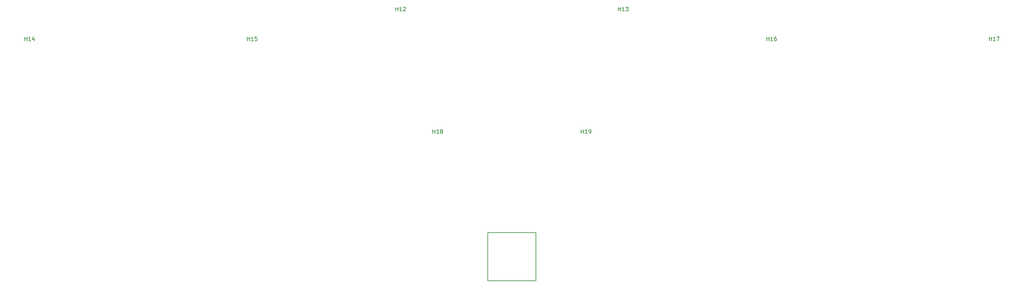
<source format=gbr>
G04 #@! TF.GenerationSoftware,KiCad,Pcbnew,(6.0.10-0)*
G04 #@! TF.CreationDate,2023-03-16T17:33:26+09:00*
G04 #@! TF.ProjectId,Sandy_Middle,53616e64-795f-44d6-9964-646c652e6b69,v.0*
G04 #@! TF.SameCoordinates,Original*
G04 #@! TF.FileFunction,AssemblyDrawing,Top*
%FSLAX46Y46*%
G04 Gerber Fmt 4.6, Leading zero omitted, Abs format (unit mm)*
G04 Created by KiCad (PCBNEW (6.0.10-0)) date 2023-03-16 17:33:26*
%MOMM*%
%LPD*%
G01*
G04 APERTURE LIST*
%ADD10C,0.150000*%
%ADD11C,0.127000*%
G04 APERTURE END LIST*
D10*
X191270339Y-24585910D02*
X191270339Y-23585910D01*
X191270339Y-24062101D02*
X191841768Y-24062101D01*
X191841768Y-24585910D02*
X191841768Y-23585910D01*
X192841768Y-24585910D02*
X192270339Y-24585910D01*
X192556054Y-24585910D02*
X192556054Y-23585910D01*
X192460815Y-23728768D01*
X192365577Y-23824006D01*
X192270339Y-23871625D01*
X193175101Y-23585910D02*
X193794149Y-23585910D01*
X193460815Y-23966863D01*
X193603673Y-23966863D01*
X193698911Y-24014482D01*
X193746530Y-24062101D01*
X193794149Y-24157339D01*
X193794149Y-24395434D01*
X193746530Y-24490672D01*
X193698911Y-24538291D01*
X193603673Y-24585910D01*
X193317958Y-24585910D01*
X193222720Y-24538291D01*
X193175101Y-24490672D01*
X143645339Y-56030785D02*
X143645339Y-55030785D01*
X143645339Y-55506976D02*
X144216768Y-55506976D01*
X144216768Y-56030785D02*
X144216768Y-55030785D01*
X145216768Y-56030785D02*
X144645339Y-56030785D01*
X144931054Y-56030785D02*
X144931054Y-55030785D01*
X144835815Y-55173643D01*
X144740577Y-55268881D01*
X144645339Y-55316500D01*
X145788196Y-55459357D02*
X145692958Y-55411738D01*
X145645339Y-55364119D01*
X145597720Y-55268881D01*
X145597720Y-55221262D01*
X145645339Y-55126024D01*
X145692958Y-55078405D01*
X145788196Y-55030785D01*
X145978673Y-55030785D01*
X146073911Y-55078405D01*
X146121530Y-55126024D01*
X146169149Y-55221262D01*
X146169149Y-55268881D01*
X146121530Y-55364119D01*
X146073911Y-55411738D01*
X145978673Y-55459357D01*
X145788196Y-55459357D01*
X145692958Y-55506976D01*
X145645339Y-55554595D01*
X145597720Y-55649833D01*
X145597720Y-55840309D01*
X145645339Y-55935547D01*
X145692958Y-55983166D01*
X145788196Y-56030785D01*
X145978673Y-56030785D01*
X146073911Y-55983166D01*
X146121530Y-55935547D01*
X146169149Y-55840309D01*
X146169149Y-55649833D01*
X146121530Y-55554595D01*
X146073911Y-55506976D01*
X145978673Y-55459357D01*
X38870339Y-32218285D02*
X38870339Y-31218285D01*
X38870339Y-31694476D02*
X39441768Y-31694476D01*
X39441768Y-32218285D02*
X39441768Y-31218285D01*
X40441768Y-32218285D02*
X39870339Y-32218285D01*
X40156054Y-32218285D02*
X40156054Y-31218285D01*
X40060815Y-31361143D01*
X39965577Y-31456381D01*
X39870339Y-31504000D01*
X41298911Y-31551619D02*
X41298911Y-32218285D01*
X41060815Y-31170666D02*
X40822720Y-31884952D01*
X41441768Y-31884952D01*
X134120339Y-24585910D02*
X134120339Y-23585910D01*
X134120339Y-24062101D02*
X134691768Y-24062101D01*
X134691768Y-24585910D02*
X134691768Y-23585910D01*
X135691768Y-24585910D02*
X135120339Y-24585910D01*
X135406054Y-24585910D02*
X135406054Y-23585910D01*
X135310815Y-23728768D01*
X135215577Y-23824006D01*
X135120339Y-23871625D01*
X136072720Y-23681149D02*
X136120339Y-23633530D01*
X136215577Y-23585910D01*
X136453673Y-23585910D01*
X136548911Y-23633530D01*
X136596530Y-23681149D01*
X136644149Y-23776387D01*
X136644149Y-23871625D01*
X136596530Y-24014482D01*
X136025101Y-24585910D01*
X136644149Y-24585910D01*
X96020339Y-32218285D02*
X96020339Y-31218285D01*
X96020339Y-31694476D02*
X96591768Y-31694476D01*
X96591768Y-32218285D02*
X96591768Y-31218285D01*
X97591768Y-32218285D02*
X97020339Y-32218285D01*
X97306054Y-32218285D02*
X97306054Y-31218285D01*
X97210815Y-31361143D01*
X97115577Y-31456381D01*
X97020339Y-31504000D01*
X98496530Y-31218285D02*
X98020339Y-31218285D01*
X97972720Y-31694476D01*
X98020339Y-31646857D01*
X98115577Y-31599238D01*
X98353673Y-31599238D01*
X98448911Y-31646857D01*
X98496530Y-31694476D01*
X98544149Y-31789714D01*
X98544149Y-32027809D01*
X98496530Y-32123047D01*
X98448911Y-32170666D01*
X98353673Y-32218285D01*
X98115577Y-32218285D01*
X98020339Y-32170666D01*
X97972720Y-32123047D01*
X181745339Y-56030785D02*
X181745339Y-55030785D01*
X181745339Y-55506976D02*
X182316768Y-55506976D01*
X182316768Y-56030785D02*
X182316768Y-55030785D01*
X183316768Y-56030785D02*
X182745339Y-56030785D01*
X183031054Y-56030785D02*
X183031054Y-55030785D01*
X182935815Y-55173643D01*
X182840577Y-55268881D01*
X182745339Y-55316500D01*
X183792958Y-56030785D02*
X183983435Y-56030785D01*
X184078673Y-55983166D01*
X184126292Y-55935547D01*
X184221530Y-55792690D01*
X184269149Y-55602214D01*
X184269149Y-55221262D01*
X184221530Y-55126024D01*
X184173911Y-55078405D01*
X184078673Y-55030785D01*
X183888196Y-55030785D01*
X183792958Y-55078405D01*
X183745339Y-55126024D01*
X183697720Y-55221262D01*
X183697720Y-55459357D01*
X183745339Y-55554595D01*
X183792958Y-55602214D01*
X183888196Y-55649833D01*
X184078673Y-55649833D01*
X184173911Y-55602214D01*
X184221530Y-55554595D01*
X184269149Y-55459357D01*
X229370339Y-32218285D02*
X229370339Y-31218285D01*
X229370339Y-31694476D02*
X229941768Y-31694476D01*
X229941768Y-32218285D02*
X229941768Y-31218285D01*
X230941768Y-32218285D02*
X230370339Y-32218285D01*
X230656054Y-32218285D02*
X230656054Y-31218285D01*
X230560815Y-31361143D01*
X230465577Y-31456381D01*
X230370339Y-31504000D01*
X231798911Y-31218285D02*
X231608435Y-31218285D01*
X231513196Y-31265905D01*
X231465577Y-31313524D01*
X231370339Y-31456381D01*
X231322720Y-31646857D01*
X231322720Y-32027809D01*
X231370339Y-32123047D01*
X231417958Y-32170666D01*
X231513196Y-32218285D01*
X231703673Y-32218285D01*
X231798911Y-32170666D01*
X231846530Y-32123047D01*
X231894149Y-32027809D01*
X231894149Y-31789714D01*
X231846530Y-31694476D01*
X231798911Y-31646857D01*
X231703673Y-31599238D01*
X231513196Y-31599238D01*
X231417958Y-31646857D01*
X231370339Y-31694476D01*
X231322720Y-31789714D01*
X286520339Y-32218285D02*
X286520339Y-31218285D01*
X286520339Y-31694476D02*
X287091768Y-31694476D01*
X287091768Y-32218285D02*
X287091768Y-31218285D01*
X288091768Y-32218285D02*
X287520339Y-32218285D01*
X287806054Y-32218285D02*
X287806054Y-31218285D01*
X287710815Y-31361143D01*
X287615577Y-31456381D01*
X287520339Y-31504000D01*
X288425101Y-31218285D02*
X289091768Y-31218285D01*
X288663196Y-32218285D01*
D11*
X157733435Y-93925280D02*
X157733435Y-81525280D01*
X170133435Y-93925280D02*
X157733435Y-93925280D01*
X157733435Y-81525280D02*
X170133435Y-81525280D01*
X170133435Y-81525280D02*
X170133435Y-93925280D01*
M02*

</source>
